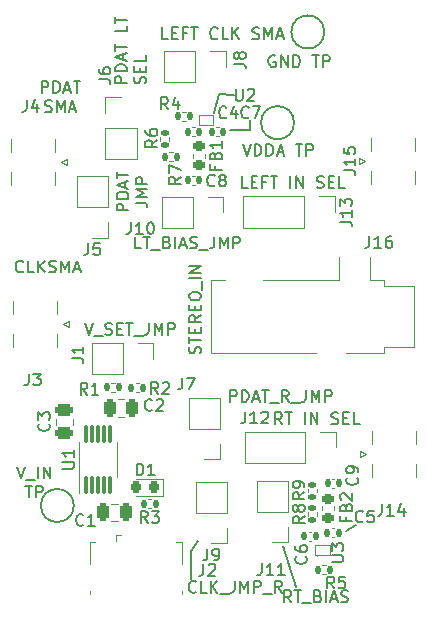
<source format=gto>
G04 #@! TF.GenerationSoftware,KiCad,Pcbnew,(6.0.9)*
G04 #@! TF.CreationDate,2022-12-23T15:52:53-08:00*
G04 #@! TF.ProjectId,pdm_mic_brd,70646d5f-6d69-4635-9f62-72642e6b6963,rev?*
G04 #@! TF.SameCoordinates,Original*
G04 #@! TF.FileFunction,Legend,Top*
G04 #@! TF.FilePolarity,Positive*
%FSLAX46Y46*%
G04 Gerber Fmt 4.6, Leading zero omitted, Abs format (unit mm)*
G04 Created by KiCad (PCBNEW (6.0.9)) date 2022-12-23 15:52:53*
%MOMM*%
%LPD*%
G01*
G04 APERTURE LIST*
G04 Aperture macros list*
%AMRoundRect*
0 Rectangle with rounded corners*
0 $1 Rounding radius*
0 $2 $3 $4 $5 $6 $7 $8 $9 X,Y pos of 4 corners*
0 Add a 4 corners polygon primitive as box body*
4,1,4,$2,$3,$4,$5,$6,$7,$8,$9,$2,$3,0*
0 Add four circle primitives for the rounded corners*
1,1,$1+$1,$2,$3*
1,1,$1+$1,$4,$5*
1,1,$1+$1,$6,$7*
1,1,$1+$1,$8,$9*
0 Add four rect primitives between the rounded corners*
20,1,$1+$1,$2,$3,$4,$5,0*
20,1,$1+$1,$4,$5,$6,$7,0*
20,1,$1+$1,$6,$7,$8,$9,0*
20,1,$1+$1,$8,$9,$2,$3,0*%
G04 Aperture macros list end*
%ADD10C,0.150000*%
%ADD11C,0.120000*%
%ADD12C,0.050000*%
%ADD13R,1.700000X1.700000*%
%ADD14O,1.700000X1.700000*%
%ADD15RoundRect,0.250000X-0.250000X-0.475000X0.250000X-0.475000X0.250000X0.475000X-0.250000X0.475000X0*%
%ADD16RoundRect,0.140000X-0.140000X-0.170000X0.140000X-0.170000X0.140000X0.170000X-0.140000X0.170000X0*%
%ADD17RoundRect,0.218750X0.256250X-0.218750X0.256250X0.218750X-0.256250X0.218750X-0.256250X-0.218750X0*%
%ADD18R,3.600000X1.270000*%
%ADD19R,4.200000X1.350000*%
%ADD20RoundRect,0.135000X0.135000X0.185000X-0.135000X0.185000X-0.135000X-0.185000X0.135000X-0.185000X0*%
%ADD21RoundRect,0.218750X0.218750X0.256250X-0.218750X0.256250X-0.218750X-0.256250X0.218750X-0.256250X0*%
%ADD22RoundRect,0.140000X0.140000X0.170000X-0.140000X0.170000X-0.140000X-0.170000X0.140000X-0.170000X0*%
%ADD23C,0.215000*%
%ADD24C,3.600000*%
%ADD25C,5.600000*%
%ADD26RoundRect,0.135000X-0.185000X0.135000X-0.185000X-0.135000X0.185000X-0.135000X0.185000X0.135000X0*%
%ADD27C,1.700000*%
%ADD28R,2.200000X2.800000*%
%ADD29R,2.800000X2.800000*%
%ADD30RoundRect,0.135000X-0.135000X-0.185000X0.135000X-0.185000X0.135000X0.185000X-0.135000X0.185000X0*%
%ADD31RoundRect,0.250000X0.475000X-0.250000X0.475000X0.250000X-0.475000X0.250000X-0.475000X-0.250000X0*%
%ADD32RoundRect,0.075000X0.075000X-0.650000X0.075000X0.650000X-0.075000X0.650000X-0.075000X-0.650000X0*%
%ADD33R,1.880000X1.680000*%
%ADD34RoundRect,0.135000X0.185000X-0.135000X0.185000X0.135000X-0.185000X0.135000X-0.185000X-0.135000X0*%
%ADD35C,2.000000*%
%ADD36RoundRect,0.218750X-0.256250X0.218750X-0.256250X-0.218750X0.256250X-0.218750X0.256250X0.218750X0*%
%ADD37R,0.400000X1.350000*%
%ADD38R,1.500000X1.900000*%
%ADD39C,1.450000*%
%ADD40O,1.200000X1.900000*%
%ADD41R,1.200000X1.900000*%
G04 APERTURE END LIST*
D10*
X129244000Y-78782000D02*
X130362000Y-82229000D01*
X126460000Y-43544000D02*
X124796000Y-43544000D01*
X121481000Y-81557000D02*
X121475000Y-79169000D01*
X134585000Y-77518000D02*
X135450000Y-76983000D01*
X125118000Y-40528000D02*
X123811000Y-40522000D01*
X123811000Y-40522000D02*
X123404000Y-42101000D01*
X126460000Y-42718000D02*
X126460000Y-43544000D01*
X121475000Y-79169000D02*
X122075000Y-78320000D01*
X124779285Y-66567380D02*
X124779285Y-65567380D01*
X125160238Y-65567380D01*
X125255476Y-65615000D01*
X125303095Y-65662619D01*
X125350714Y-65757857D01*
X125350714Y-65900714D01*
X125303095Y-65995952D01*
X125255476Y-66043571D01*
X125160238Y-66091190D01*
X124779285Y-66091190D01*
X125779285Y-66567380D02*
X125779285Y-65567380D01*
X126017380Y-65567380D01*
X126160238Y-65615000D01*
X126255476Y-65710238D01*
X126303095Y-65805476D01*
X126350714Y-65995952D01*
X126350714Y-66138809D01*
X126303095Y-66329285D01*
X126255476Y-66424523D01*
X126160238Y-66519761D01*
X126017380Y-66567380D01*
X125779285Y-66567380D01*
X126731666Y-66281666D02*
X127207857Y-66281666D01*
X126636428Y-66567380D02*
X126969761Y-65567380D01*
X127303095Y-66567380D01*
X127493571Y-65567380D02*
X128065000Y-65567380D01*
X127779285Y-66567380D02*
X127779285Y-65567380D01*
X128160238Y-66662619D02*
X128922142Y-66662619D01*
X129731666Y-66567380D02*
X129398333Y-66091190D01*
X129160238Y-66567380D02*
X129160238Y-65567380D01*
X129541190Y-65567380D01*
X129636428Y-65615000D01*
X129684047Y-65662619D01*
X129731666Y-65757857D01*
X129731666Y-65900714D01*
X129684047Y-65995952D01*
X129636428Y-66043571D01*
X129541190Y-66091190D01*
X129160238Y-66091190D01*
X129922142Y-66662619D02*
X130684047Y-66662619D01*
X131207857Y-65567380D02*
X131207857Y-66281666D01*
X131160238Y-66424523D01*
X131065000Y-66519761D01*
X130922142Y-66567380D01*
X130826904Y-66567380D01*
X131684047Y-66567380D02*
X131684047Y-65567380D01*
X132017380Y-66281666D01*
X132350714Y-65567380D01*
X132350714Y-66567380D01*
X132826904Y-66567380D02*
X132826904Y-65567380D01*
X133207857Y-65567380D01*
X133303095Y-65615000D01*
X133350714Y-65662619D01*
X133398333Y-65757857D01*
X133398333Y-65900714D01*
X133350714Y-65995952D01*
X133303095Y-66043571D01*
X133207857Y-66091190D01*
X132826904Y-66091190D01*
X107262571Y-55496142D02*
X107214952Y-55543761D01*
X107072095Y-55591380D01*
X106976857Y-55591380D01*
X106834000Y-55543761D01*
X106738761Y-55448523D01*
X106691142Y-55353285D01*
X106643523Y-55162809D01*
X106643523Y-55019952D01*
X106691142Y-54829476D01*
X106738761Y-54734238D01*
X106834000Y-54639000D01*
X106976857Y-54591380D01*
X107072095Y-54591380D01*
X107214952Y-54639000D01*
X107262571Y-54686619D01*
X108167333Y-55591380D02*
X107691142Y-55591380D01*
X107691142Y-54591380D01*
X108500666Y-55591380D02*
X108500666Y-54591380D01*
X109072095Y-55591380D02*
X108643523Y-55019952D01*
X109072095Y-54591380D02*
X108500666Y-55162809D01*
X109453047Y-55543761D02*
X109595904Y-55591380D01*
X109834000Y-55591380D01*
X109929238Y-55543761D01*
X109976857Y-55496142D01*
X110024476Y-55400904D01*
X110024476Y-55305666D01*
X109976857Y-55210428D01*
X109929238Y-55162809D01*
X109834000Y-55115190D01*
X109643523Y-55067571D01*
X109548285Y-55019952D01*
X109500666Y-54972333D01*
X109453047Y-54877095D01*
X109453047Y-54781857D01*
X109500666Y-54686619D01*
X109548285Y-54639000D01*
X109643523Y-54591380D01*
X109881619Y-54591380D01*
X110024476Y-54639000D01*
X110453047Y-55591380D02*
X110453047Y-54591380D01*
X110786380Y-55305666D01*
X111119714Y-54591380D01*
X111119714Y-55591380D01*
X111548285Y-55305666D02*
X112024476Y-55305666D01*
X111453047Y-55591380D02*
X111786380Y-54591380D01*
X112119714Y-55591380D01*
X129945761Y-83515380D02*
X129612428Y-83039190D01*
X129374333Y-83515380D02*
X129374333Y-82515380D01*
X129755285Y-82515380D01*
X129850523Y-82563000D01*
X129898142Y-82610619D01*
X129945761Y-82705857D01*
X129945761Y-82848714D01*
X129898142Y-82943952D01*
X129850523Y-82991571D01*
X129755285Y-83039190D01*
X129374333Y-83039190D01*
X130231476Y-82515380D02*
X130802904Y-82515380D01*
X130517190Y-83515380D02*
X130517190Y-82515380D01*
X130898142Y-83610619D02*
X131660047Y-83610619D01*
X132231476Y-82991571D02*
X132374333Y-83039190D01*
X132421952Y-83086809D01*
X132469571Y-83182047D01*
X132469571Y-83324904D01*
X132421952Y-83420142D01*
X132374333Y-83467761D01*
X132279095Y-83515380D01*
X131898142Y-83515380D01*
X131898142Y-82515380D01*
X132231476Y-82515380D01*
X132326714Y-82563000D01*
X132374333Y-82610619D01*
X132421952Y-82705857D01*
X132421952Y-82801095D01*
X132374333Y-82896333D01*
X132326714Y-82943952D01*
X132231476Y-82991571D01*
X131898142Y-82991571D01*
X132898142Y-83515380D02*
X132898142Y-82515380D01*
X133326714Y-83229666D02*
X133802904Y-83229666D01*
X133231476Y-83515380D02*
X133564809Y-82515380D01*
X133898142Y-83515380D01*
X134183857Y-83467761D02*
X134326714Y-83515380D01*
X134564809Y-83515380D01*
X134660047Y-83467761D01*
X134707666Y-83420142D01*
X134755285Y-83324904D01*
X134755285Y-83229666D01*
X134707666Y-83134428D01*
X134660047Y-83086809D01*
X134564809Y-83039190D01*
X134374333Y-82991571D01*
X134279095Y-82943952D01*
X134231476Y-82896333D01*
X134183857Y-82801095D01*
X134183857Y-82705857D01*
X134231476Y-82610619D01*
X134279095Y-82563000D01*
X134374333Y-82515380D01*
X134612428Y-82515380D01*
X134755285Y-82563000D01*
X119527761Y-35847380D02*
X119051571Y-35847380D01*
X119051571Y-34847380D01*
X119861095Y-35323571D02*
X120194428Y-35323571D01*
X120337285Y-35847380D02*
X119861095Y-35847380D01*
X119861095Y-34847380D01*
X120337285Y-34847380D01*
X121099190Y-35323571D02*
X120765857Y-35323571D01*
X120765857Y-35847380D02*
X120765857Y-34847380D01*
X121242047Y-34847380D01*
X121480142Y-34847380D02*
X122051571Y-34847380D01*
X121765857Y-35847380D02*
X121765857Y-34847380D01*
X123718238Y-35752142D02*
X123670619Y-35799761D01*
X123527761Y-35847380D01*
X123432523Y-35847380D01*
X123289666Y-35799761D01*
X123194428Y-35704523D01*
X123146809Y-35609285D01*
X123099190Y-35418809D01*
X123099190Y-35275952D01*
X123146809Y-35085476D01*
X123194428Y-34990238D01*
X123289666Y-34895000D01*
X123432523Y-34847380D01*
X123527761Y-34847380D01*
X123670619Y-34895000D01*
X123718238Y-34942619D01*
X124623000Y-35847380D02*
X124146809Y-35847380D01*
X124146809Y-34847380D01*
X124956333Y-35847380D02*
X124956333Y-34847380D01*
X125527761Y-35847380D02*
X125099190Y-35275952D01*
X125527761Y-34847380D02*
X124956333Y-35418809D01*
X126670619Y-35799761D02*
X126813476Y-35847380D01*
X127051571Y-35847380D01*
X127146809Y-35799761D01*
X127194428Y-35752142D01*
X127242047Y-35656904D01*
X127242047Y-35561666D01*
X127194428Y-35466428D01*
X127146809Y-35418809D01*
X127051571Y-35371190D01*
X126861095Y-35323571D01*
X126765857Y-35275952D01*
X126718238Y-35228333D01*
X126670619Y-35133095D01*
X126670619Y-35037857D01*
X126718238Y-34942619D01*
X126765857Y-34895000D01*
X126861095Y-34847380D01*
X127099190Y-34847380D01*
X127242047Y-34895000D01*
X127670619Y-35847380D02*
X127670619Y-34847380D01*
X128003952Y-35561666D01*
X128337285Y-34847380D01*
X128337285Y-35847380D01*
X128765857Y-35561666D02*
X129242047Y-35561666D01*
X128670619Y-35847380D02*
X129003952Y-34847380D01*
X129337285Y-35847380D01*
X126265476Y-48433380D02*
X125789285Y-48433380D01*
X125789285Y-47433380D01*
X126598809Y-47909571D02*
X126932142Y-47909571D01*
X127075000Y-48433380D02*
X126598809Y-48433380D01*
X126598809Y-47433380D01*
X127075000Y-47433380D01*
X127836904Y-47909571D02*
X127503571Y-47909571D01*
X127503571Y-48433380D02*
X127503571Y-47433380D01*
X127979761Y-47433380D01*
X128217857Y-47433380D02*
X128789285Y-47433380D01*
X128503571Y-48433380D02*
X128503571Y-47433380D01*
X129884523Y-48433380D02*
X129884523Y-47433380D01*
X130360714Y-48433380D02*
X130360714Y-47433380D01*
X130932142Y-48433380D01*
X130932142Y-47433380D01*
X132122619Y-48385761D02*
X132265476Y-48433380D01*
X132503571Y-48433380D01*
X132598809Y-48385761D01*
X132646428Y-48338142D01*
X132694047Y-48242904D01*
X132694047Y-48147666D01*
X132646428Y-48052428D01*
X132598809Y-48004809D01*
X132503571Y-47957190D01*
X132313095Y-47909571D01*
X132217857Y-47861952D01*
X132170238Y-47814333D01*
X132122619Y-47719095D01*
X132122619Y-47623857D01*
X132170238Y-47528619D01*
X132217857Y-47481000D01*
X132313095Y-47433380D01*
X132551190Y-47433380D01*
X132694047Y-47481000D01*
X133122619Y-47909571D02*
X133455952Y-47909571D01*
X133598809Y-48433380D02*
X133122619Y-48433380D01*
X133122619Y-47433380D01*
X133598809Y-47433380D01*
X134503571Y-48433380D02*
X134027380Y-48433380D01*
X134027380Y-47433380D01*
X108817571Y-40404380D02*
X108817571Y-39404380D01*
X109198523Y-39404380D01*
X109293761Y-39452000D01*
X109341380Y-39499619D01*
X109389000Y-39594857D01*
X109389000Y-39737714D01*
X109341380Y-39832952D01*
X109293761Y-39880571D01*
X109198523Y-39928190D01*
X108817571Y-39928190D01*
X109817571Y-40404380D02*
X109817571Y-39404380D01*
X110055666Y-39404380D01*
X110198523Y-39452000D01*
X110293761Y-39547238D01*
X110341380Y-39642476D01*
X110389000Y-39832952D01*
X110389000Y-39975809D01*
X110341380Y-40166285D01*
X110293761Y-40261523D01*
X110198523Y-40356761D01*
X110055666Y-40404380D01*
X109817571Y-40404380D01*
X110769952Y-40118666D02*
X111246142Y-40118666D01*
X110674714Y-40404380D02*
X111008047Y-39404380D01*
X111341380Y-40404380D01*
X111531857Y-39404380D02*
X112103285Y-39404380D01*
X111817571Y-40404380D02*
X111817571Y-39404380D01*
X109103285Y-41966761D02*
X109246142Y-42014380D01*
X109484238Y-42014380D01*
X109579476Y-41966761D01*
X109627095Y-41919142D01*
X109674714Y-41823904D01*
X109674714Y-41728666D01*
X109627095Y-41633428D01*
X109579476Y-41585809D01*
X109484238Y-41538190D01*
X109293761Y-41490571D01*
X109198523Y-41442952D01*
X109150904Y-41395333D01*
X109103285Y-41300095D01*
X109103285Y-41204857D01*
X109150904Y-41109619D01*
X109198523Y-41062000D01*
X109293761Y-41014380D01*
X109531857Y-41014380D01*
X109674714Y-41062000D01*
X110103285Y-42014380D02*
X110103285Y-41014380D01*
X110436619Y-41728666D01*
X110769952Y-41014380D01*
X110769952Y-42014380D01*
X111198523Y-41728666D02*
X111674714Y-41728666D01*
X111103285Y-42014380D02*
X111436619Y-41014380D01*
X111769952Y-42014380D01*
X117240428Y-53560380D02*
X116764238Y-53560380D01*
X116764238Y-52560380D01*
X117430904Y-52560380D02*
X118002333Y-52560380D01*
X117716619Y-53560380D02*
X117716619Y-52560380D01*
X118097571Y-53655619D02*
X118859476Y-53655619D01*
X119430904Y-53036571D02*
X119573761Y-53084190D01*
X119621380Y-53131809D01*
X119669000Y-53227047D01*
X119669000Y-53369904D01*
X119621380Y-53465142D01*
X119573761Y-53512761D01*
X119478523Y-53560380D01*
X119097571Y-53560380D01*
X119097571Y-52560380D01*
X119430904Y-52560380D01*
X119526142Y-52608000D01*
X119573761Y-52655619D01*
X119621380Y-52750857D01*
X119621380Y-52846095D01*
X119573761Y-52941333D01*
X119526142Y-52988952D01*
X119430904Y-53036571D01*
X119097571Y-53036571D01*
X120097571Y-53560380D02*
X120097571Y-52560380D01*
X120526142Y-53274666D02*
X121002333Y-53274666D01*
X120430904Y-53560380D02*
X120764238Y-52560380D01*
X121097571Y-53560380D01*
X121383285Y-53512761D02*
X121526142Y-53560380D01*
X121764238Y-53560380D01*
X121859476Y-53512761D01*
X121907095Y-53465142D01*
X121954714Y-53369904D01*
X121954714Y-53274666D01*
X121907095Y-53179428D01*
X121859476Y-53131809D01*
X121764238Y-53084190D01*
X121573761Y-53036571D01*
X121478523Y-52988952D01*
X121430904Y-52941333D01*
X121383285Y-52846095D01*
X121383285Y-52750857D01*
X121430904Y-52655619D01*
X121478523Y-52608000D01*
X121573761Y-52560380D01*
X121811857Y-52560380D01*
X121954714Y-52608000D01*
X122145190Y-53655619D02*
X122907095Y-53655619D01*
X123430904Y-52560380D02*
X123430904Y-53274666D01*
X123383285Y-53417523D01*
X123288047Y-53512761D01*
X123145190Y-53560380D01*
X123049952Y-53560380D01*
X123907095Y-53560380D02*
X123907095Y-52560380D01*
X124240428Y-53274666D01*
X124573761Y-52560380D01*
X124573761Y-53560380D01*
X125049952Y-53560380D02*
X125049952Y-52560380D01*
X125430904Y-52560380D01*
X125526142Y-52608000D01*
X125573761Y-52655619D01*
X125621380Y-52750857D01*
X125621380Y-52893714D01*
X125573761Y-52988952D01*
X125526142Y-53036571D01*
X125430904Y-53084190D01*
X125049952Y-53084190D01*
X128600190Y-37253000D02*
X128504952Y-37205380D01*
X128362095Y-37205380D01*
X128219238Y-37253000D01*
X128124000Y-37348238D01*
X128076380Y-37443476D01*
X128028761Y-37633952D01*
X128028761Y-37776809D01*
X128076380Y-37967285D01*
X128124000Y-38062523D01*
X128219238Y-38157761D01*
X128362095Y-38205380D01*
X128457333Y-38205380D01*
X128600190Y-38157761D01*
X128647809Y-38110142D01*
X128647809Y-37776809D01*
X128457333Y-37776809D01*
X129076380Y-38205380D02*
X129076380Y-37205380D01*
X129647809Y-38205380D01*
X129647809Y-37205380D01*
X130124000Y-38205380D02*
X130124000Y-37205380D01*
X130362095Y-37205380D01*
X130504952Y-37253000D01*
X130600190Y-37348238D01*
X130647809Y-37443476D01*
X130695428Y-37633952D01*
X130695428Y-37776809D01*
X130647809Y-37967285D01*
X130600190Y-38062523D01*
X130504952Y-38157761D01*
X130362095Y-38205380D01*
X130124000Y-38205380D01*
X131743047Y-37205380D02*
X132314476Y-37205380D01*
X132028761Y-38205380D02*
X132028761Y-37205380D01*
X132647809Y-38205380D02*
X132647809Y-37205380D01*
X133028761Y-37205380D01*
X133124000Y-37253000D01*
X133171619Y-37300619D01*
X133219238Y-37395857D01*
X133219238Y-37538714D01*
X133171619Y-37633952D01*
X133124000Y-37681571D01*
X133028761Y-37729190D01*
X132647809Y-37729190D01*
X121900476Y-82610142D02*
X121852857Y-82657761D01*
X121710000Y-82705380D01*
X121614761Y-82705380D01*
X121471904Y-82657761D01*
X121376666Y-82562523D01*
X121329047Y-82467285D01*
X121281428Y-82276809D01*
X121281428Y-82133952D01*
X121329047Y-81943476D01*
X121376666Y-81848238D01*
X121471904Y-81753000D01*
X121614761Y-81705380D01*
X121710000Y-81705380D01*
X121852857Y-81753000D01*
X121900476Y-81800619D01*
X122805238Y-82705380D02*
X122329047Y-82705380D01*
X122329047Y-81705380D01*
X123138571Y-82705380D02*
X123138571Y-81705380D01*
X123710000Y-82705380D02*
X123281428Y-82133952D01*
X123710000Y-81705380D02*
X123138571Y-82276809D01*
X123900476Y-82800619D02*
X124662380Y-82800619D01*
X125186190Y-81705380D02*
X125186190Y-82419666D01*
X125138571Y-82562523D01*
X125043333Y-82657761D01*
X124900476Y-82705380D01*
X124805238Y-82705380D01*
X125662380Y-82705380D02*
X125662380Y-81705380D01*
X125995714Y-82419666D01*
X126329047Y-81705380D01*
X126329047Y-82705380D01*
X126805238Y-82705380D02*
X126805238Y-81705380D01*
X127186190Y-81705380D01*
X127281428Y-81753000D01*
X127329047Y-81800619D01*
X127376666Y-81895857D01*
X127376666Y-82038714D01*
X127329047Y-82133952D01*
X127281428Y-82181571D01*
X127186190Y-82229190D01*
X126805238Y-82229190D01*
X127567142Y-82800619D02*
X128329047Y-82800619D01*
X129138571Y-82705380D02*
X128805238Y-82229190D01*
X128567142Y-82705380D02*
X128567142Y-81705380D01*
X128948095Y-81705380D01*
X129043333Y-81753000D01*
X129090952Y-81800619D01*
X129138571Y-81895857D01*
X129138571Y-82038714D01*
X129090952Y-82133952D01*
X129043333Y-82181571D01*
X128948095Y-82229190D01*
X128567142Y-82229190D01*
X116175380Y-50344428D02*
X115175380Y-50344428D01*
X115175380Y-49963476D01*
X115223000Y-49868238D01*
X115270619Y-49820619D01*
X115365857Y-49773000D01*
X115508714Y-49773000D01*
X115603952Y-49820619D01*
X115651571Y-49868238D01*
X115699190Y-49963476D01*
X115699190Y-50344428D01*
X116175380Y-49344428D02*
X115175380Y-49344428D01*
X115175380Y-49106333D01*
X115223000Y-48963476D01*
X115318238Y-48868238D01*
X115413476Y-48820619D01*
X115603952Y-48773000D01*
X115746809Y-48773000D01*
X115937285Y-48820619D01*
X116032523Y-48868238D01*
X116127761Y-48963476D01*
X116175380Y-49106333D01*
X116175380Y-49344428D01*
X115889666Y-48392047D02*
X115889666Y-47915857D01*
X116175380Y-48487285D02*
X115175380Y-48153952D01*
X116175380Y-47820619D01*
X115175380Y-47630142D02*
X115175380Y-47058714D01*
X116175380Y-47344428D02*
X115175380Y-47344428D01*
X116785380Y-49701571D02*
X117499666Y-49701571D01*
X117642523Y-49749190D01*
X117737761Y-49844428D01*
X117785380Y-49987285D01*
X117785380Y-50082523D01*
X117785380Y-49225380D02*
X116785380Y-49225380D01*
X117499666Y-48892047D01*
X116785380Y-48558714D01*
X117785380Y-48558714D01*
X117785380Y-48082523D02*
X116785380Y-48082523D01*
X116785380Y-47701571D01*
X116833000Y-47606333D01*
X116880619Y-47558714D01*
X116975857Y-47511095D01*
X117118714Y-47511095D01*
X117213952Y-47558714D01*
X117261571Y-47606333D01*
X117309190Y-47701571D01*
X117309190Y-48082523D01*
X129169428Y-68445380D02*
X128836095Y-67969190D01*
X128598000Y-68445380D02*
X128598000Y-67445380D01*
X128978952Y-67445380D01*
X129074190Y-67493000D01*
X129121809Y-67540619D01*
X129169428Y-67635857D01*
X129169428Y-67778714D01*
X129121809Y-67873952D01*
X129074190Y-67921571D01*
X128978952Y-67969190D01*
X128598000Y-67969190D01*
X129455142Y-67445380D02*
X130026571Y-67445380D01*
X129740857Y-68445380D02*
X129740857Y-67445380D01*
X131121809Y-68445380D02*
X131121809Y-67445380D01*
X131598000Y-68445380D02*
X131598000Y-67445380D01*
X132169428Y-68445380D01*
X132169428Y-67445380D01*
X133359904Y-68397761D02*
X133502761Y-68445380D01*
X133740857Y-68445380D01*
X133836095Y-68397761D01*
X133883714Y-68350142D01*
X133931333Y-68254904D01*
X133931333Y-68159666D01*
X133883714Y-68064428D01*
X133836095Y-68016809D01*
X133740857Y-67969190D01*
X133550380Y-67921571D01*
X133455142Y-67873952D01*
X133407523Y-67826333D01*
X133359904Y-67731095D01*
X133359904Y-67635857D01*
X133407523Y-67540619D01*
X133455142Y-67493000D01*
X133550380Y-67445380D01*
X133788476Y-67445380D01*
X133931333Y-67493000D01*
X134359904Y-67921571D02*
X134693238Y-67921571D01*
X134836095Y-68445380D02*
X134359904Y-68445380D01*
X134359904Y-67445380D01*
X134836095Y-67445380D01*
X135740857Y-68445380D02*
X135264666Y-68445380D01*
X135264666Y-67445380D01*
X116042380Y-39542404D02*
X115042380Y-39542404D01*
X115042380Y-39161452D01*
X115090000Y-39066214D01*
X115137619Y-39018595D01*
X115232857Y-38970976D01*
X115375714Y-38970976D01*
X115470952Y-39018595D01*
X115518571Y-39066214D01*
X115566190Y-39161452D01*
X115566190Y-39542404D01*
X116042380Y-38542404D02*
X115042380Y-38542404D01*
X115042380Y-38304309D01*
X115090000Y-38161452D01*
X115185238Y-38066214D01*
X115280476Y-38018595D01*
X115470952Y-37970976D01*
X115613809Y-37970976D01*
X115804285Y-38018595D01*
X115899523Y-38066214D01*
X115994761Y-38161452D01*
X116042380Y-38304309D01*
X116042380Y-38542404D01*
X115756666Y-37590023D02*
X115756666Y-37113833D01*
X116042380Y-37685261D02*
X115042380Y-37351928D01*
X116042380Y-37018595D01*
X115042380Y-36828119D02*
X115042380Y-36256690D01*
X116042380Y-36542404D02*
X115042380Y-36542404D01*
X116042380Y-34685261D02*
X116042380Y-35161452D01*
X115042380Y-35161452D01*
X115042380Y-34494785D02*
X115042380Y-33923357D01*
X116042380Y-34209071D02*
X115042380Y-34209071D01*
X117604761Y-39590023D02*
X117652380Y-39447166D01*
X117652380Y-39209071D01*
X117604761Y-39113833D01*
X117557142Y-39066214D01*
X117461904Y-39018595D01*
X117366666Y-39018595D01*
X117271428Y-39066214D01*
X117223809Y-39113833D01*
X117176190Y-39209071D01*
X117128571Y-39399547D01*
X117080952Y-39494785D01*
X117033333Y-39542404D01*
X116938095Y-39590023D01*
X116842857Y-39590023D01*
X116747619Y-39542404D01*
X116700000Y-39494785D01*
X116652380Y-39399547D01*
X116652380Y-39161452D01*
X116700000Y-39018595D01*
X117128571Y-38590023D02*
X117128571Y-38256690D01*
X117652380Y-38113833D02*
X117652380Y-38590023D01*
X116652380Y-38590023D01*
X116652380Y-38113833D01*
X117652380Y-37209071D02*
X117652380Y-37685261D01*
X116652380Y-37685261D01*
X125862190Y-44721380D02*
X126195523Y-45721380D01*
X126528857Y-44721380D01*
X126862190Y-45721380D02*
X126862190Y-44721380D01*
X127100285Y-44721380D01*
X127243142Y-44769000D01*
X127338380Y-44864238D01*
X127386000Y-44959476D01*
X127433619Y-45149952D01*
X127433619Y-45292809D01*
X127386000Y-45483285D01*
X127338380Y-45578523D01*
X127243142Y-45673761D01*
X127100285Y-45721380D01*
X126862190Y-45721380D01*
X127862190Y-45721380D02*
X127862190Y-44721380D01*
X128100285Y-44721380D01*
X128243142Y-44769000D01*
X128338380Y-44864238D01*
X128386000Y-44959476D01*
X128433619Y-45149952D01*
X128433619Y-45292809D01*
X128386000Y-45483285D01*
X128338380Y-45578523D01*
X128243142Y-45673761D01*
X128100285Y-45721380D01*
X127862190Y-45721380D01*
X128814571Y-45435666D02*
X129290761Y-45435666D01*
X128719333Y-45721380D02*
X129052666Y-44721380D01*
X129386000Y-45721380D01*
X130338380Y-44721380D02*
X130909809Y-44721380D01*
X130624095Y-45721380D02*
X130624095Y-44721380D01*
X131243142Y-45721380D02*
X131243142Y-44721380D01*
X131624095Y-44721380D01*
X131719333Y-44769000D01*
X131766952Y-44816619D01*
X131814571Y-44911857D01*
X131814571Y-45054714D01*
X131766952Y-45149952D01*
X131719333Y-45197571D01*
X131624095Y-45245190D01*
X131243142Y-45245190D01*
X122267761Y-62455095D02*
X122315380Y-62312238D01*
X122315380Y-62074142D01*
X122267761Y-61978904D01*
X122220142Y-61931285D01*
X122124904Y-61883666D01*
X122029666Y-61883666D01*
X121934428Y-61931285D01*
X121886809Y-61978904D01*
X121839190Y-62074142D01*
X121791571Y-62264619D01*
X121743952Y-62359857D01*
X121696333Y-62407476D01*
X121601095Y-62455095D01*
X121505857Y-62455095D01*
X121410619Y-62407476D01*
X121363000Y-62359857D01*
X121315380Y-62264619D01*
X121315380Y-62026523D01*
X121363000Y-61883666D01*
X121315380Y-61597952D02*
X121315380Y-61026523D01*
X122315380Y-61312238D02*
X121315380Y-61312238D01*
X121791571Y-60693190D02*
X121791571Y-60359857D01*
X122315380Y-60217000D02*
X122315380Y-60693190D01*
X121315380Y-60693190D01*
X121315380Y-60217000D01*
X122315380Y-59217000D02*
X121839190Y-59550333D01*
X122315380Y-59788428D02*
X121315380Y-59788428D01*
X121315380Y-59407476D01*
X121363000Y-59312238D01*
X121410619Y-59264619D01*
X121505857Y-59217000D01*
X121648714Y-59217000D01*
X121743952Y-59264619D01*
X121791571Y-59312238D01*
X121839190Y-59407476D01*
X121839190Y-59788428D01*
X121791571Y-58788428D02*
X121791571Y-58455095D01*
X122315380Y-58312238D02*
X122315380Y-58788428D01*
X121315380Y-58788428D01*
X121315380Y-58312238D01*
X121315380Y-57693190D02*
X121315380Y-57502714D01*
X121363000Y-57407476D01*
X121458238Y-57312238D01*
X121648714Y-57264619D01*
X121982047Y-57264619D01*
X122172523Y-57312238D01*
X122267761Y-57407476D01*
X122315380Y-57502714D01*
X122315380Y-57693190D01*
X122267761Y-57788428D01*
X122172523Y-57883666D01*
X121982047Y-57931285D01*
X121648714Y-57931285D01*
X121458238Y-57883666D01*
X121363000Y-57788428D01*
X121315380Y-57693190D01*
X122410619Y-57074142D02*
X122410619Y-56312238D01*
X122315380Y-56074142D02*
X121315380Y-56074142D01*
X122315380Y-55597952D02*
X121315380Y-55597952D01*
X122315380Y-55026523D01*
X121315380Y-55026523D01*
X112487857Y-59870380D02*
X112821190Y-60870380D01*
X113154523Y-59870380D01*
X113249761Y-60965619D02*
X114011666Y-60965619D01*
X114202142Y-60822761D02*
X114345000Y-60870380D01*
X114583095Y-60870380D01*
X114678333Y-60822761D01*
X114725952Y-60775142D01*
X114773571Y-60679904D01*
X114773571Y-60584666D01*
X114725952Y-60489428D01*
X114678333Y-60441809D01*
X114583095Y-60394190D01*
X114392619Y-60346571D01*
X114297380Y-60298952D01*
X114249761Y-60251333D01*
X114202142Y-60156095D01*
X114202142Y-60060857D01*
X114249761Y-59965619D01*
X114297380Y-59918000D01*
X114392619Y-59870380D01*
X114630714Y-59870380D01*
X114773571Y-59918000D01*
X115202142Y-60346571D02*
X115535476Y-60346571D01*
X115678333Y-60870380D02*
X115202142Y-60870380D01*
X115202142Y-59870380D01*
X115678333Y-59870380D01*
X115964047Y-59870380D02*
X116535476Y-59870380D01*
X116249761Y-60870380D02*
X116249761Y-59870380D01*
X116630714Y-60965619D02*
X117392619Y-60965619D01*
X117916428Y-59870380D02*
X117916428Y-60584666D01*
X117868809Y-60727523D01*
X117773571Y-60822761D01*
X117630714Y-60870380D01*
X117535476Y-60870380D01*
X118392619Y-60870380D02*
X118392619Y-59870380D01*
X118725952Y-60584666D01*
X119059285Y-59870380D01*
X119059285Y-60870380D01*
X119535476Y-60870380D02*
X119535476Y-59870380D01*
X119916428Y-59870380D01*
X120011666Y-59918000D01*
X120059285Y-59965619D01*
X120106904Y-60060857D01*
X120106904Y-60203714D01*
X120059285Y-60298952D01*
X120011666Y-60346571D01*
X119916428Y-60394190D01*
X119535476Y-60394190D01*
X106766809Y-72035380D02*
X107100142Y-73035380D01*
X107433476Y-72035380D01*
X107528714Y-73130619D02*
X108290619Y-73130619D01*
X108528714Y-73035380D02*
X108528714Y-72035380D01*
X109004904Y-73035380D02*
X109004904Y-72035380D01*
X109576333Y-73035380D01*
X109576333Y-72035380D01*
X107457285Y-73645380D02*
X108028714Y-73645380D01*
X107743000Y-74645380D02*
X107743000Y-73645380D01*
X108362047Y-74645380D02*
X108362047Y-73645380D01*
X108743000Y-73645380D01*
X108838238Y-73693000D01*
X108885857Y-73740619D01*
X108933476Y-73835857D01*
X108933476Y-73978714D01*
X108885857Y-74073952D01*
X108838238Y-74121571D01*
X108743000Y-74169190D01*
X108362047Y-74169190D01*
X113650380Y-39237333D02*
X114364666Y-39237333D01*
X114507523Y-39284952D01*
X114602761Y-39380190D01*
X114650380Y-39523047D01*
X114650380Y-39618285D01*
X113650380Y-38332571D02*
X113650380Y-38523047D01*
X113698000Y-38618285D01*
X113745619Y-38665904D01*
X113888476Y-38761142D01*
X114078952Y-38808761D01*
X114459904Y-38808761D01*
X114555142Y-38761142D01*
X114602761Y-38713523D01*
X114650380Y-38618285D01*
X114650380Y-38427809D01*
X114602761Y-38332571D01*
X114555142Y-38284952D01*
X114459904Y-38237333D01*
X114221809Y-38237333D01*
X114126571Y-38284952D01*
X114078952Y-38332571D01*
X114031333Y-38427809D01*
X114031333Y-38618285D01*
X114078952Y-38713523D01*
X114126571Y-38761142D01*
X114221809Y-38808761D01*
X112784666Y-53104380D02*
X112784666Y-53818666D01*
X112737047Y-53961523D01*
X112641809Y-54056761D01*
X112498952Y-54104380D01*
X112403714Y-54104380D01*
X113737047Y-53104380D02*
X113260857Y-53104380D01*
X113213238Y-53580571D01*
X113260857Y-53532952D01*
X113356095Y-53485333D01*
X113594190Y-53485333D01*
X113689428Y-53532952D01*
X113737047Y-53580571D01*
X113784666Y-53675809D01*
X113784666Y-53913904D01*
X113737047Y-54009142D01*
X113689428Y-54056761D01*
X113594190Y-54104380D01*
X113356095Y-54104380D01*
X113260857Y-54056761D01*
X113213238Y-54009142D01*
X112353333Y-76954142D02*
X112305714Y-77001761D01*
X112162857Y-77049380D01*
X112067619Y-77049380D01*
X111924761Y-77001761D01*
X111829523Y-76906523D01*
X111781904Y-76811285D01*
X111734285Y-76620809D01*
X111734285Y-76477952D01*
X111781904Y-76287476D01*
X111829523Y-76192238D01*
X111924761Y-76097000D01*
X112067619Y-76049380D01*
X112162857Y-76049380D01*
X112305714Y-76097000D01*
X112353333Y-76144619D01*
X113305714Y-77049380D02*
X112734285Y-77049380D01*
X113020000Y-77049380D02*
X113020000Y-76049380D01*
X112924761Y-76192238D01*
X112829523Y-76287476D01*
X112734285Y-76335095D01*
X135527142Y-72964666D02*
X135574761Y-73012285D01*
X135622380Y-73155142D01*
X135622380Y-73250380D01*
X135574761Y-73393238D01*
X135479523Y-73488476D01*
X135384285Y-73536095D01*
X135193809Y-73583714D01*
X135050952Y-73583714D01*
X134860476Y-73536095D01*
X134765238Y-73488476D01*
X134670000Y-73393238D01*
X134622380Y-73250380D01*
X134622380Y-73155142D01*
X134670000Y-73012285D01*
X134717619Y-72964666D01*
X135622380Y-72488476D02*
X135622380Y-72298000D01*
X135574761Y-72202761D01*
X135527142Y-72155142D01*
X135384285Y-72059904D01*
X135193809Y-72012285D01*
X134812857Y-72012285D01*
X134717619Y-72059904D01*
X134670000Y-72107523D01*
X134622380Y-72202761D01*
X134622380Y-72393238D01*
X134670000Y-72488476D01*
X134717619Y-72536095D01*
X134812857Y-72583714D01*
X135050952Y-72583714D01*
X135146190Y-72536095D01*
X135193809Y-72488476D01*
X135241428Y-72393238D01*
X135241428Y-72202761D01*
X135193809Y-72107523D01*
X135146190Y-72059904D01*
X135050952Y-72012285D01*
X134592571Y-76334333D02*
X134592571Y-76667666D01*
X135116380Y-76667666D02*
X134116380Y-76667666D01*
X134116380Y-76191476D01*
X134592571Y-75477190D02*
X134640190Y-75334333D01*
X134687809Y-75286714D01*
X134783047Y-75239095D01*
X134925904Y-75239095D01*
X135021142Y-75286714D01*
X135068761Y-75334333D01*
X135116380Y-75429571D01*
X135116380Y-75810523D01*
X134116380Y-75810523D01*
X134116380Y-75477190D01*
X134164000Y-75381952D01*
X134211619Y-75334333D01*
X134306857Y-75286714D01*
X134402095Y-75286714D01*
X134497333Y-75334333D01*
X134544952Y-75381952D01*
X134592571Y-75477190D01*
X134592571Y-75810523D01*
X134211619Y-74858142D02*
X134164000Y-74810523D01*
X134116380Y-74715285D01*
X134116380Y-74477190D01*
X134164000Y-74381952D01*
X134211619Y-74334333D01*
X134306857Y-74286714D01*
X134402095Y-74286714D01*
X134544952Y-74334333D01*
X135116380Y-74905761D01*
X135116380Y-74286714D01*
X134390880Y-46946523D02*
X135105166Y-46946523D01*
X135248023Y-46994142D01*
X135343261Y-47089380D01*
X135390880Y-47232238D01*
X135390880Y-47327476D01*
X135390880Y-45946523D02*
X135390880Y-46517952D01*
X135390880Y-46232238D02*
X134390880Y-46232238D01*
X134533738Y-46327476D01*
X134628976Y-46422714D01*
X134676595Y-46517952D01*
X134390880Y-45041761D02*
X134390880Y-45517952D01*
X134867071Y-45565571D01*
X134819452Y-45517952D01*
X134771833Y-45422714D01*
X134771833Y-45184619D01*
X134819452Y-45089380D01*
X134867071Y-45041761D01*
X134962309Y-44994142D01*
X135200404Y-44994142D01*
X135295642Y-45041761D01*
X135343261Y-45089380D01*
X135390880Y-45184619D01*
X135390880Y-45422714D01*
X135343261Y-45517952D01*
X135295642Y-45565571D01*
X133590333Y-82347380D02*
X133257000Y-81871190D01*
X133018904Y-82347380D02*
X133018904Y-81347380D01*
X133399857Y-81347380D01*
X133495095Y-81395000D01*
X133542714Y-81442619D01*
X133590333Y-81537857D01*
X133590333Y-81680714D01*
X133542714Y-81775952D01*
X133495095Y-81823571D01*
X133399857Y-81871190D01*
X133018904Y-81871190D01*
X134495095Y-81347380D02*
X134018904Y-81347380D01*
X133971285Y-81823571D01*
X134018904Y-81775952D01*
X134114142Y-81728333D01*
X134352238Y-81728333D01*
X134447476Y-81775952D01*
X134495095Y-81823571D01*
X134542714Y-81918809D01*
X134542714Y-82156904D01*
X134495095Y-82252142D01*
X134447476Y-82299761D01*
X134352238Y-82347380D01*
X134114142Y-82347380D01*
X134018904Y-82299761D01*
X133971285Y-82252142D01*
X116870904Y-72782380D02*
X116870904Y-71782380D01*
X117109000Y-71782380D01*
X117251857Y-71830000D01*
X117347095Y-71925238D01*
X117394714Y-72020476D01*
X117442333Y-72210952D01*
X117442333Y-72353809D01*
X117394714Y-72544285D01*
X117347095Y-72639523D01*
X117251857Y-72734761D01*
X117109000Y-72782380D01*
X116870904Y-72782380D01*
X118394714Y-72782380D02*
X117823285Y-72782380D01*
X118109000Y-72782380D02*
X118109000Y-71782380D01*
X118013761Y-71925238D01*
X117918523Y-72020476D01*
X117823285Y-72068095D01*
X123471333Y-48210142D02*
X123423714Y-48257761D01*
X123280857Y-48305380D01*
X123185619Y-48305380D01*
X123042761Y-48257761D01*
X122947523Y-48162523D01*
X122899904Y-48067285D01*
X122852285Y-47876809D01*
X122852285Y-47733952D01*
X122899904Y-47543476D01*
X122947523Y-47448238D01*
X123042761Y-47353000D01*
X123185619Y-47305380D01*
X123280857Y-47305380D01*
X123423714Y-47353000D01*
X123471333Y-47400619D01*
X124042761Y-47733952D02*
X123947523Y-47686333D01*
X123899904Y-47638714D01*
X123852285Y-47543476D01*
X123852285Y-47495857D01*
X123899904Y-47400619D01*
X123947523Y-47353000D01*
X124042761Y-47305380D01*
X124233238Y-47305380D01*
X124328476Y-47353000D01*
X124376095Y-47400619D01*
X124423714Y-47495857D01*
X124423714Y-47543476D01*
X124376095Y-47638714D01*
X124328476Y-47686333D01*
X124233238Y-47733952D01*
X124042761Y-47733952D01*
X123947523Y-47781571D01*
X123899904Y-47829190D01*
X123852285Y-47924428D01*
X123852285Y-48114904D01*
X123899904Y-48210142D01*
X123947523Y-48257761D01*
X124042761Y-48305380D01*
X124233238Y-48305380D01*
X124328476Y-48257761D01*
X124376095Y-48210142D01*
X124423714Y-48114904D01*
X124423714Y-47924428D01*
X124376095Y-47829190D01*
X124328476Y-47781571D01*
X124233238Y-47733952D01*
X133383380Y-80112904D02*
X134192904Y-80112904D01*
X134288142Y-80065285D01*
X134335761Y-80017666D01*
X134383380Y-79922428D01*
X134383380Y-79731952D01*
X134335761Y-79636714D01*
X134288142Y-79589095D01*
X134192904Y-79541476D01*
X133383380Y-79541476D01*
X133383380Y-79160523D02*
X133383380Y-78541476D01*
X133764333Y-78874809D01*
X133764333Y-78731952D01*
X133811952Y-78636714D01*
X133859571Y-78589095D01*
X133954809Y-78541476D01*
X134192904Y-78541476D01*
X134288142Y-78589095D01*
X134335761Y-78636714D01*
X134383380Y-78731952D01*
X134383380Y-79017666D01*
X134335761Y-79112904D01*
X134288142Y-79160523D01*
X107739666Y-64153380D02*
X107739666Y-64867666D01*
X107692047Y-65010523D01*
X107596809Y-65105761D01*
X107453952Y-65153380D01*
X107358714Y-65153380D01*
X108120619Y-64153380D02*
X108739666Y-64153380D01*
X108406333Y-64534333D01*
X108549190Y-64534333D01*
X108644428Y-64581952D01*
X108692047Y-64629571D01*
X108739666Y-64724809D01*
X108739666Y-64962904D01*
X108692047Y-65058142D01*
X108644428Y-65105761D01*
X108549190Y-65153380D01*
X108263476Y-65153380D01*
X108168238Y-65105761D01*
X108120619Y-65058142D01*
X111366380Y-62865333D02*
X112080666Y-62865333D01*
X112223523Y-62912952D01*
X112318761Y-63008190D01*
X112366380Y-63151047D01*
X112366380Y-63246285D01*
X112366380Y-61865333D02*
X112366380Y-62436761D01*
X112366380Y-62151047D02*
X111366380Y-62151047D01*
X111509238Y-62246285D01*
X111604476Y-62341523D01*
X111652095Y-62436761D01*
X119529333Y-41777380D02*
X119196000Y-41301190D01*
X118957904Y-41777380D02*
X118957904Y-40777380D01*
X119338857Y-40777380D01*
X119434095Y-40825000D01*
X119481714Y-40872619D01*
X119529333Y-40967857D01*
X119529333Y-41110714D01*
X119481714Y-41205952D01*
X119434095Y-41253571D01*
X119338857Y-41301190D01*
X118957904Y-41301190D01*
X120386476Y-41110714D02*
X120386476Y-41777380D01*
X120148380Y-40729761D02*
X119910285Y-41444047D01*
X120529333Y-41444047D01*
X127449476Y-80217380D02*
X127449476Y-80931666D01*
X127401857Y-81074523D01*
X127306619Y-81169761D01*
X127163761Y-81217380D01*
X127068523Y-81217380D01*
X128449476Y-81217380D02*
X127878047Y-81217380D01*
X128163761Y-81217380D02*
X128163761Y-80217380D01*
X128068523Y-80360238D01*
X127973285Y-80455476D01*
X127878047Y-80503095D01*
X129401857Y-81217380D02*
X128830428Y-81217380D01*
X129116142Y-81217380D02*
X129116142Y-80217380D01*
X129020904Y-80360238D01*
X128925666Y-80455476D01*
X128830428Y-80503095D01*
X137644476Y-75175380D02*
X137644476Y-75889666D01*
X137596857Y-76032523D01*
X137501619Y-76127761D01*
X137358761Y-76175380D01*
X137263523Y-76175380D01*
X138644476Y-76175380D02*
X138073047Y-76175380D01*
X138358761Y-76175380D02*
X138358761Y-75175380D01*
X138263523Y-75318238D01*
X138168285Y-75413476D01*
X138073047Y-75461095D01*
X139501619Y-75508714D02*
X139501619Y-76175380D01*
X139263523Y-75127761D02*
X139025428Y-75842047D01*
X139644476Y-75842047D01*
X134091380Y-51295523D02*
X134805666Y-51295523D01*
X134948523Y-51343142D01*
X135043761Y-51438380D01*
X135091380Y-51581238D01*
X135091380Y-51676476D01*
X135091380Y-50295523D02*
X135091380Y-50866952D01*
X135091380Y-50581238D02*
X134091380Y-50581238D01*
X134234238Y-50676476D01*
X134329476Y-50771714D01*
X134377095Y-50866952D01*
X134091380Y-49962190D02*
X134091380Y-49343142D01*
X134472333Y-49676476D01*
X134472333Y-49533619D01*
X134519952Y-49438380D01*
X134567571Y-49390761D01*
X134662809Y-49343142D01*
X134900904Y-49343142D01*
X134996142Y-49390761D01*
X135043761Y-49438380D01*
X135091380Y-49533619D01*
X135091380Y-49819333D01*
X135043761Y-49914571D01*
X134996142Y-49962190D01*
X120725666Y-64501380D02*
X120725666Y-65215666D01*
X120678047Y-65358523D01*
X120582809Y-65453761D01*
X120439952Y-65501380D01*
X120344714Y-65501380D01*
X121106619Y-64501380D02*
X121773285Y-64501380D01*
X121344714Y-65501380D01*
X107565666Y-40975380D02*
X107565666Y-41689666D01*
X107518047Y-41832523D01*
X107422809Y-41927761D01*
X107279952Y-41975380D01*
X107184714Y-41975380D01*
X108470428Y-41308714D02*
X108470428Y-41975380D01*
X108232333Y-40927761D02*
X107994238Y-41642047D01*
X108613285Y-41642047D01*
X118610380Y-44389666D02*
X118134190Y-44723000D01*
X118610380Y-44961095D02*
X117610380Y-44961095D01*
X117610380Y-44580142D01*
X117658000Y-44484904D01*
X117705619Y-44437285D01*
X117800857Y-44389666D01*
X117943714Y-44389666D01*
X118038952Y-44437285D01*
X118086571Y-44484904D01*
X118134190Y-44580142D01*
X118134190Y-44961095D01*
X117610380Y-43532523D02*
X117610380Y-43723000D01*
X117658000Y-43818238D01*
X117705619Y-43865857D01*
X117848476Y-43961095D01*
X118038952Y-44008714D01*
X118419904Y-44008714D01*
X118515142Y-43961095D01*
X118562761Y-43913476D01*
X118610380Y-43818238D01*
X118610380Y-43627761D01*
X118562761Y-43532523D01*
X118515142Y-43484904D01*
X118419904Y-43437285D01*
X118181809Y-43437285D01*
X118086571Y-43484904D01*
X118038952Y-43532523D01*
X117991333Y-43627761D01*
X117991333Y-43818238D01*
X118038952Y-43913476D01*
X118086571Y-43961095D01*
X118181809Y-44008714D01*
X136562476Y-52509380D02*
X136562476Y-53223666D01*
X136514857Y-53366523D01*
X136419619Y-53461761D01*
X136276761Y-53509380D01*
X136181523Y-53509380D01*
X137562476Y-53509380D02*
X136991047Y-53509380D01*
X137276761Y-53509380D02*
X137276761Y-52509380D01*
X137181523Y-52652238D01*
X137086285Y-52747476D01*
X136991047Y-52795095D01*
X138419619Y-52509380D02*
X138229142Y-52509380D01*
X138133904Y-52557000D01*
X138086285Y-52604619D01*
X137991047Y-52747476D01*
X137943428Y-52937952D01*
X137943428Y-53318904D01*
X137991047Y-53414142D01*
X138038666Y-53461761D01*
X138133904Y-53509380D01*
X138324380Y-53509380D01*
X138419619Y-53461761D01*
X138467238Y-53414142D01*
X138514857Y-53318904D01*
X138514857Y-53080809D01*
X138467238Y-52985571D01*
X138419619Y-52937952D01*
X138324380Y-52890333D01*
X138133904Y-52890333D01*
X138038666Y-52937952D01*
X137991047Y-52985571D01*
X137943428Y-53080809D01*
X118699333Y-65870380D02*
X118366000Y-65394190D01*
X118127904Y-65870380D02*
X118127904Y-64870380D01*
X118508857Y-64870380D01*
X118604095Y-64918000D01*
X118651714Y-64965619D01*
X118699333Y-65060857D01*
X118699333Y-65203714D01*
X118651714Y-65298952D01*
X118604095Y-65346571D01*
X118508857Y-65394190D01*
X118127904Y-65394190D01*
X119080285Y-64965619D02*
X119127904Y-64918000D01*
X119223142Y-64870380D01*
X119461238Y-64870380D01*
X119556476Y-64918000D01*
X119604095Y-64965619D01*
X119651714Y-65060857D01*
X119651714Y-65156095D01*
X119604095Y-65298952D01*
X119032666Y-65870380D01*
X119651714Y-65870380D01*
X124459333Y-42446142D02*
X124411714Y-42493761D01*
X124268857Y-42541380D01*
X124173619Y-42541380D01*
X124030761Y-42493761D01*
X123935523Y-42398523D01*
X123887904Y-42303285D01*
X123840285Y-42112809D01*
X123840285Y-41969952D01*
X123887904Y-41779476D01*
X123935523Y-41684238D01*
X124030761Y-41589000D01*
X124173619Y-41541380D01*
X124268857Y-41541380D01*
X124411714Y-41589000D01*
X124459333Y-41636619D01*
X125316476Y-41874714D02*
X125316476Y-42541380D01*
X125078380Y-41493761D02*
X124840285Y-42208047D01*
X125459333Y-42208047D01*
X112688333Y-65936380D02*
X112355000Y-65460190D01*
X112116904Y-65936380D02*
X112116904Y-64936380D01*
X112497857Y-64936380D01*
X112593095Y-64984000D01*
X112640714Y-65031619D01*
X112688333Y-65126857D01*
X112688333Y-65269714D01*
X112640714Y-65364952D01*
X112593095Y-65412571D01*
X112497857Y-65460190D01*
X112116904Y-65460190D01*
X113640714Y-65936380D02*
X113069285Y-65936380D01*
X113355000Y-65936380D02*
X113355000Y-64936380D01*
X113259761Y-65079238D01*
X113164523Y-65174476D01*
X113069285Y-65222095D01*
X109419142Y-68395666D02*
X109466761Y-68443285D01*
X109514380Y-68586142D01*
X109514380Y-68681380D01*
X109466761Y-68824238D01*
X109371523Y-68919476D01*
X109276285Y-68967095D01*
X109085809Y-69014714D01*
X108942952Y-69014714D01*
X108752476Y-68967095D01*
X108657238Y-68919476D01*
X108562000Y-68824238D01*
X108514380Y-68681380D01*
X108514380Y-68586142D01*
X108562000Y-68443285D01*
X108609619Y-68395666D01*
X108514380Y-68062333D02*
X108514380Y-67443285D01*
X108895333Y-67776619D01*
X108895333Y-67633761D01*
X108942952Y-67538523D01*
X108990571Y-67490904D01*
X109085809Y-67443285D01*
X109323904Y-67443285D01*
X109419142Y-67490904D01*
X109466761Y-67538523D01*
X109514380Y-67633761D01*
X109514380Y-67919476D01*
X109466761Y-68014714D01*
X109419142Y-68062333D01*
X110590380Y-72193904D02*
X111399904Y-72193904D01*
X111495142Y-72146285D01*
X111542761Y-72098666D01*
X111590380Y-72003428D01*
X111590380Y-71812952D01*
X111542761Y-71717714D01*
X111495142Y-71670095D01*
X111399904Y-71622476D01*
X110590380Y-71622476D01*
X111590380Y-70622476D02*
X111590380Y-71193904D01*
X111590380Y-70908190D02*
X110590380Y-70908190D01*
X110733238Y-71003428D01*
X110828476Y-71098666D01*
X110876095Y-71193904D01*
X126351333Y-42443142D02*
X126303714Y-42490761D01*
X126160857Y-42538380D01*
X126065619Y-42538380D01*
X125922761Y-42490761D01*
X125827523Y-42395523D01*
X125779904Y-42300285D01*
X125732285Y-42109809D01*
X125732285Y-41966952D01*
X125779904Y-41776476D01*
X125827523Y-41681238D01*
X125922761Y-41586000D01*
X126065619Y-41538380D01*
X126160857Y-41538380D01*
X126303714Y-41586000D01*
X126351333Y-41633619D01*
X126684666Y-41538380D02*
X127351333Y-41538380D01*
X126922761Y-42538380D01*
X131102380Y-76218666D02*
X130626190Y-76552000D01*
X131102380Y-76790095D02*
X130102380Y-76790095D01*
X130102380Y-76409142D01*
X130150000Y-76313904D01*
X130197619Y-76266285D01*
X130292857Y-76218666D01*
X130435714Y-76218666D01*
X130530952Y-76266285D01*
X130578571Y-76313904D01*
X130626190Y-76409142D01*
X130626190Y-76790095D01*
X130530952Y-75647238D02*
X130483333Y-75742476D01*
X130435714Y-75790095D01*
X130340476Y-75837714D01*
X130292857Y-75837714D01*
X130197619Y-75790095D01*
X130150000Y-75742476D01*
X130102380Y-75647238D01*
X130102380Y-75456761D01*
X130150000Y-75361523D01*
X130197619Y-75313904D01*
X130292857Y-75266285D01*
X130340476Y-75266285D01*
X130435714Y-75313904D01*
X130483333Y-75361523D01*
X130530952Y-75456761D01*
X130530952Y-75647238D01*
X130578571Y-75742476D01*
X130626190Y-75790095D01*
X130721428Y-75837714D01*
X130911904Y-75837714D01*
X131007142Y-75790095D01*
X131054761Y-75742476D01*
X131102380Y-75647238D01*
X131102380Y-75456761D01*
X131054761Y-75361523D01*
X131007142Y-75313904D01*
X130911904Y-75266285D01*
X130721428Y-75266285D01*
X130626190Y-75313904D01*
X130578571Y-75361523D01*
X130530952Y-75456761D01*
X120589380Y-47505666D02*
X120113190Y-47839000D01*
X120589380Y-48077095D02*
X119589380Y-48077095D01*
X119589380Y-47696142D01*
X119637000Y-47600904D01*
X119684619Y-47553285D01*
X119779857Y-47505666D01*
X119922714Y-47505666D01*
X120017952Y-47553285D01*
X120065571Y-47600904D01*
X120113190Y-47696142D01*
X120113190Y-48077095D01*
X119589380Y-47172333D02*
X119589380Y-46505666D01*
X120589380Y-46934238D01*
X116386476Y-51338380D02*
X116386476Y-52052666D01*
X116338857Y-52195523D01*
X116243619Y-52290761D01*
X116100761Y-52338380D01*
X116005523Y-52338380D01*
X117386476Y-52338380D02*
X116815047Y-52338380D01*
X117100761Y-52338380D02*
X117100761Y-51338380D01*
X117005523Y-51481238D01*
X116910285Y-51576476D01*
X116815047Y-51624095D01*
X118005523Y-51338380D02*
X118100761Y-51338380D01*
X118196000Y-51386000D01*
X118243619Y-51433619D01*
X118291238Y-51528857D01*
X118338857Y-51719333D01*
X118338857Y-51957428D01*
X118291238Y-52147904D01*
X118243619Y-52243142D01*
X118196000Y-52290761D01*
X118100761Y-52338380D01*
X118005523Y-52338380D01*
X117910285Y-52290761D01*
X117862666Y-52243142D01*
X117815047Y-52147904D01*
X117767428Y-51957428D01*
X117767428Y-51719333D01*
X117815047Y-51528857D01*
X117862666Y-51433619D01*
X117910285Y-51386000D01*
X118005523Y-51338380D01*
X123537571Y-46546833D02*
X123537571Y-46880166D01*
X124061380Y-46880166D02*
X123061380Y-46880166D01*
X123061380Y-46403976D01*
X123537571Y-45689690D02*
X123585190Y-45546833D01*
X123632809Y-45499214D01*
X123728047Y-45451595D01*
X123870904Y-45451595D01*
X123966142Y-45499214D01*
X124013761Y-45546833D01*
X124061380Y-45642071D01*
X124061380Y-46023023D01*
X123061380Y-46023023D01*
X123061380Y-45689690D01*
X123109000Y-45594452D01*
X123156619Y-45546833D01*
X123251857Y-45499214D01*
X123347095Y-45499214D01*
X123442333Y-45546833D01*
X123489952Y-45594452D01*
X123537571Y-45689690D01*
X123537571Y-46023023D01*
X124061380Y-44499214D02*
X124061380Y-45070642D01*
X124061380Y-44784928D02*
X123061380Y-44784928D01*
X123204238Y-44880166D01*
X123299476Y-44975404D01*
X123347095Y-45070642D01*
X117798333Y-76800380D02*
X117465000Y-76324190D01*
X117226904Y-76800380D02*
X117226904Y-75800380D01*
X117607857Y-75800380D01*
X117703095Y-75848000D01*
X117750714Y-75895619D01*
X117798333Y-75990857D01*
X117798333Y-76133714D01*
X117750714Y-76228952D01*
X117703095Y-76276571D01*
X117607857Y-76324190D01*
X117226904Y-76324190D01*
X118131666Y-75800380D02*
X118750714Y-75800380D01*
X118417380Y-76181333D01*
X118560238Y-76181333D01*
X118655476Y-76228952D01*
X118703095Y-76276571D01*
X118750714Y-76371809D01*
X118750714Y-76609904D01*
X118703095Y-76705142D01*
X118655476Y-76752761D01*
X118560238Y-76800380D01*
X118274523Y-76800380D01*
X118179285Y-76752761D01*
X118131666Y-76705142D01*
X122859666Y-78971380D02*
X122859666Y-79685666D01*
X122812047Y-79828523D01*
X122716809Y-79923761D01*
X122573952Y-79971380D01*
X122478714Y-79971380D01*
X123383476Y-79971380D02*
X123573952Y-79971380D01*
X123669190Y-79923761D01*
X123716809Y-79876142D01*
X123812047Y-79733285D01*
X123859666Y-79542809D01*
X123859666Y-79161857D01*
X123812047Y-79066619D01*
X123764428Y-79019000D01*
X123669190Y-78971380D01*
X123478714Y-78971380D01*
X123383476Y-79019000D01*
X123335857Y-79066619D01*
X123288238Y-79161857D01*
X123288238Y-79399952D01*
X123335857Y-79495190D01*
X123383476Y-79542809D01*
X123478714Y-79590428D01*
X123669190Y-79590428D01*
X123764428Y-79542809D01*
X123812047Y-79495190D01*
X123859666Y-79399952D01*
X136022333Y-76665142D02*
X135974714Y-76712761D01*
X135831857Y-76760380D01*
X135736619Y-76760380D01*
X135593761Y-76712761D01*
X135498523Y-76617523D01*
X135450904Y-76522285D01*
X135403285Y-76331809D01*
X135403285Y-76188952D01*
X135450904Y-75998476D01*
X135498523Y-75903238D01*
X135593761Y-75808000D01*
X135736619Y-75760380D01*
X135831857Y-75760380D01*
X135974714Y-75808000D01*
X136022333Y-75855619D01*
X136927095Y-75760380D02*
X136450904Y-75760380D01*
X136403285Y-76236571D01*
X136450904Y-76188952D01*
X136546142Y-76141333D01*
X136784238Y-76141333D01*
X136879476Y-76188952D01*
X136927095Y-76236571D01*
X136974714Y-76331809D01*
X136974714Y-76569904D01*
X136927095Y-76665142D01*
X136879476Y-76712761D01*
X136784238Y-76760380D01*
X136546142Y-76760380D01*
X136450904Y-76712761D01*
X136403285Y-76665142D01*
X125104380Y-37938333D02*
X125818666Y-37938333D01*
X125961523Y-37985952D01*
X126056761Y-38081190D01*
X126104380Y-38224047D01*
X126104380Y-38319285D01*
X125532952Y-37319285D02*
X125485333Y-37414523D01*
X125437714Y-37462142D01*
X125342476Y-37509761D01*
X125294857Y-37509761D01*
X125199619Y-37462142D01*
X125152000Y-37414523D01*
X125104380Y-37319285D01*
X125104380Y-37128809D01*
X125152000Y-37033571D01*
X125199619Y-36985952D01*
X125294857Y-36938333D01*
X125342476Y-36938333D01*
X125437714Y-36985952D01*
X125485333Y-37033571D01*
X125532952Y-37128809D01*
X125532952Y-37319285D01*
X125580571Y-37414523D01*
X125628190Y-37462142D01*
X125723428Y-37509761D01*
X125913904Y-37509761D01*
X126009142Y-37462142D01*
X126056761Y-37414523D01*
X126104380Y-37319285D01*
X126104380Y-37128809D01*
X126056761Y-37033571D01*
X126009142Y-36985952D01*
X125913904Y-36938333D01*
X125723428Y-36938333D01*
X125628190Y-36985952D01*
X125580571Y-37033571D01*
X125532952Y-37128809D01*
X126055476Y-67369380D02*
X126055476Y-68083666D01*
X126007857Y-68226523D01*
X125912619Y-68321761D01*
X125769761Y-68369380D01*
X125674523Y-68369380D01*
X127055476Y-68369380D02*
X126484047Y-68369380D01*
X126769761Y-68369380D02*
X126769761Y-67369380D01*
X126674523Y-67512238D01*
X126579285Y-67607476D01*
X126484047Y-67655095D01*
X127436428Y-67464619D02*
X127484047Y-67417000D01*
X127579285Y-67369380D01*
X127817380Y-67369380D01*
X127912619Y-67417000D01*
X127960238Y-67464619D01*
X128007857Y-67559857D01*
X128007857Y-67655095D01*
X127960238Y-67797952D01*
X127388809Y-68369380D01*
X128007857Y-68369380D01*
X118171333Y-67208142D02*
X118123714Y-67255761D01*
X117980857Y-67303380D01*
X117885619Y-67303380D01*
X117742761Y-67255761D01*
X117647523Y-67160523D01*
X117599904Y-67065285D01*
X117552285Y-66874809D01*
X117552285Y-66731952D01*
X117599904Y-66541476D01*
X117647523Y-66446238D01*
X117742761Y-66351000D01*
X117885619Y-66303380D01*
X117980857Y-66303380D01*
X118123714Y-66351000D01*
X118171333Y-66398619D01*
X118552285Y-66398619D02*
X118599904Y-66351000D01*
X118695142Y-66303380D01*
X118933238Y-66303380D01*
X119028476Y-66351000D01*
X119076095Y-66398619D01*
X119123714Y-66493857D01*
X119123714Y-66589095D01*
X119076095Y-66731952D01*
X118504666Y-67303380D01*
X119123714Y-67303380D01*
X131195142Y-79641666D02*
X131242761Y-79689285D01*
X131290380Y-79832142D01*
X131290380Y-79927380D01*
X131242761Y-80070238D01*
X131147523Y-80165476D01*
X131052285Y-80213095D01*
X130861809Y-80260714D01*
X130718952Y-80260714D01*
X130528476Y-80213095D01*
X130433238Y-80165476D01*
X130338000Y-80070238D01*
X130290380Y-79927380D01*
X130290380Y-79832142D01*
X130338000Y-79689285D01*
X130385619Y-79641666D01*
X130290380Y-78784523D02*
X130290380Y-78975000D01*
X130338000Y-79070238D01*
X130385619Y-79117857D01*
X130528476Y-79213095D01*
X130718952Y-79260714D01*
X131099904Y-79260714D01*
X131195142Y-79213095D01*
X131242761Y-79165476D01*
X131290380Y-79070238D01*
X131290380Y-78879761D01*
X131242761Y-78784523D01*
X131195142Y-78736904D01*
X131099904Y-78689285D01*
X130861809Y-78689285D01*
X130766571Y-78736904D01*
X130718952Y-78784523D01*
X130671333Y-78879761D01*
X130671333Y-79070238D01*
X130718952Y-79165476D01*
X130766571Y-79213095D01*
X130861809Y-79260714D01*
X122526666Y-80260380D02*
X122526666Y-80974666D01*
X122479047Y-81117523D01*
X122383809Y-81212761D01*
X122240952Y-81260380D01*
X122145714Y-81260380D01*
X122955238Y-80355619D02*
X123002857Y-80308000D01*
X123098095Y-80260380D01*
X123336190Y-80260380D01*
X123431428Y-80308000D01*
X123479047Y-80355619D01*
X123526666Y-80450857D01*
X123526666Y-80546095D01*
X123479047Y-80688952D01*
X122907619Y-81260380D01*
X123526666Y-81260380D01*
X125273095Y-40053380D02*
X125273095Y-40862904D01*
X125320714Y-40958142D01*
X125368333Y-41005761D01*
X125463571Y-41053380D01*
X125654047Y-41053380D01*
X125749285Y-41005761D01*
X125796904Y-40958142D01*
X125844523Y-40862904D01*
X125844523Y-40053380D01*
X126273095Y-40148619D02*
X126320714Y-40101000D01*
X126415952Y-40053380D01*
X126654047Y-40053380D01*
X126749285Y-40101000D01*
X126796904Y-40148619D01*
X126844523Y-40243857D01*
X126844523Y-40339095D01*
X126796904Y-40481952D01*
X126225476Y-41053380D01*
X126844523Y-41053380D01*
X131076380Y-74223666D02*
X130600190Y-74557000D01*
X131076380Y-74795095D02*
X130076380Y-74795095D01*
X130076380Y-74414142D01*
X130124000Y-74318904D01*
X130171619Y-74271285D01*
X130266857Y-74223666D01*
X130409714Y-74223666D01*
X130504952Y-74271285D01*
X130552571Y-74318904D01*
X130600190Y-74414142D01*
X130600190Y-74795095D01*
X131076380Y-73747476D02*
X131076380Y-73557000D01*
X131028761Y-73461761D01*
X130981142Y-73414142D01*
X130838285Y-73318904D01*
X130647809Y-73271285D01*
X130266857Y-73271285D01*
X130171619Y-73318904D01*
X130124000Y-73366523D01*
X130076380Y-73461761D01*
X130076380Y-73652238D01*
X130124000Y-73747476D01*
X130171619Y-73795095D01*
X130266857Y-73842714D01*
X130504952Y-73842714D01*
X130600190Y-73795095D01*
X130647809Y-73747476D01*
X130695428Y-73652238D01*
X130695428Y-73461761D01*
X130647809Y-73366523D01*
X130600190Y-73318904D01*
X130504952Y-73271285D01*
D11*
X114225000Y-45958000D02*
X116885000Y-45958000D01*
X114225000Y-43358000D02*
X116885000Y-43358000D01*
X114225000Y-43358000D02*
X114225000Y-45958000D01*
X114225000Y-42088000D02*
X114225000Y-40758000D01*
X116885000Y-43358000D02*
X116885000Y-45958000D01*
X114225000Y-40758000D02*
X115555000Y-40758000D01*
X114448000Y-50052000D02*
X114448000Y-47452000D01*
X114448000Y-50052000D02*
X111788000Y-50052000D01*
X114448000Y-52652000D02*
X113118000Y-52652000D01*
X111788000Y-50052000D02*
X111788000Y-47452000D01*
X114448000Y-47452000D02*
X111788000Y-47452000D01*
X114448000Y-51322000D02*
X114448000Y-52652000D01*
X114740748Y-75161000D02*
X115263252Y-75161000D01*
X114740748Y-76631000D02*
X115263252Y-76631000D01*
X133402164Y-73101500D02*
X133617836Y-73101500D01*
X133402164Y-73821500D02*
X133617836Y-73821500D01*
X133552000Y-75730279D02*
X133552000Y-75404721D01*
X132532000Y-75730279D02*
X132532000Y-75404721D01*
X135678500Y-46387000D02*
X136178500Y-46137000D01*
X136728500Y-45297000D02*
X136728500Y-44187000D01*
X136728500Y-48087000D02*
X136728500Y-46977000D01*
X140438500Y-45297000D02*
X140438500Y-44187000D01*
X136178500Y-46137000D02*
X135678500Y-45887000D01*
X140438500Y-48087000D02*
X140438500Y-46977000D01*
X135678500Y-45887000D02*
X135678500Y-46387000D01*
X132868641Y-81132000D02*
X132561359Y-81132000D01*
X132868641Y-80372000D02*
X132561359Y-80372000D01*
X116779000Y-74520000D02*
X119064000Y-74520000D01*
X119064000Y-73050000D02*
X116779000Y-73050000D01*
X119064000Y-74520000D02*
X119064000Y-73050000D01*
X121795836Y-48149000D02*
X121580164Y-48149000D01*
X121795836Y-47429000D02*
X121580164Y-47429000D01*
D12*
X131974000Y-79519819D02*
X133216000Y-79519819D01*
X133216000Y-79519819D02*
X133216000Y-78677819D01*
X133216000Y-78677819D02*
X131974000Y-78677819D01*
X131974000Y-78677819D02*
X131974000Y-79519819D01*
D11*
X132207361Y-79659819D02*
G75*
G03*
X132207361Y-79659819I-22361J0D01*
G01*
X111138000Y-60173000D02*
X111138000Y-59673000D01*
X106378000Y-60763000D02*
X106378000Y-61873000D01*
X106378000Y-57973000D02*
X106378000Y-59083000D01*
X110088000Y-60763000D02*
X110088000Y-61873000D01*
X111138000Y-59673000D02*
X110638000Y-59923000D01*
X110638000Y-59923000D02*
X111138000Y-60173000D01*
X110088000Y-57973000D02*
X110088000Y-59083000D01*
X115678000Y-61559000D02*
X113078000Y-61559000D01*
X116948000Y-61559000D02*
X118278000Y-61559000D01*
X115678000Y-61559000D02*
X115678000Y-64219000D01*
X118278000Y-61559000D02*
X118278000Y-62889000D01*
X113078000Y-61559000D02*
X113078000Y-64219000D01*
X115678000Y-64219000D02*
X113078000Y-64219000D01*
X121048641Y-42734000D02*
X120741359Y-42734000D01*
X121048641Y-41974000D02*
X120741359Y-41974000D01*
X129680000Y-73238000D02*
X127020000Y-73238000D01*
X129680000Y-78438000D02*
X128350000Y-78438000D01*
X129680000Y-75838000D02*
X127020000Y-75838000D01*
X127020000Y-75838000D02*
X127020000Y-73238000D01*
X129680000Y-77108000D02*
X129680000Y-78438000D01*
X129680000Y-75838000D02*
X129680000Y-73238000D01*
X136798000Y-70102000D02*
X136798000Y-68992000D01*
X140508000Y-70102000D02*
X140508000Y-68992000D01*
X135748000Y-70692000D02*
X135748000Y-71192000D01*
X140508000Y-72892000D02*
X140508000Y-71782000D01*
X136798000Y-72892000D02*
X136798000Y-71782000D01*
X136248000Y-70942000D02*
X135748000Y-70692000D01*
X135748000Y-71192000D02*
X136248000Y-70942000D01*
X125899000Y-49156000D02*
X125899000Y-51816000D01*
X131039000Y-49156000D02*
X131039000Y-51816000D01*
X132309000Y-49156000D02*
X133639000Y-49156000D01*
X131039000Y-49156000D02*
X125899000Y-49156000D01*
X131039000Y-51816000D02*
X125899000Y-51816000D01*
X133639000Y-49156000D02*
X133639000Y-50486000D01*
X123944000Y-71420000D02*
X122614000Y-71420000D01*
X123944000Y-68820000D02*
X123944000Y-66220000D01*
X123944000Y-70090000D02*
X123944000Y-71420000D01*
X123944000Y-66220000D02*
X121284000Y-66220000D01*
X123944000Y-68820000D02*
X121284000Y-68820000D01*
X121284000Y-68820000D02*
X121284000Y-66220000D01*
X110482000Y-46266000D02*
X110982000Y-46516000D01*
X110982000Y-46516000D02*
X110982000Y-46016000D01*
X110982000Y-46016000D02*
X110482000Y-46266000D01*
X109932000Y-47106000D02*
X109932000Y-48216000D01*
X109932000Y-44316000D02*
X109932000Y-45426000D01*
X106222000Y-47106000D02*
X106222000Y-48216000D01*
X106222000Y-44316000D02*
X106222000Y-45426000D01*
X119643000Y-44126359D02*
X119643000Y-44433641D01*
X118883000Y-44126359D02*
X118883000Y-44433641D01*
X137830000Y-62444000D02*
X134630000Y-62444000D01*
X132030000Y-62444000D02*
X123130000Y-62444000D01*
X137830000Y-56244000D02*
X137830000Y-56744000D01*
X140330000Y-56744000D02*
X140330000Y-61944000D01*
X140330000Y-61944000D02*
X137830000Y-61944000D01*
X134030000Y-56244000D02*
X134030000Y-54244000D01*
X123130000Y-56244000D02*
X124330000Y-56244000D01*
X137830000Y-56744000D02*
X140330000Y-56744000D01*
X127530000Y-56244000D02*
X134030000Y-56244000D01*
X136630000Y-56244000D02*
X137830000Y-56244000D01*
X136630000Y-56244000D02*
X136630000Y-54244000D01*
X123130000Y-62444000D02*
X123130000Y-56244000D01*
X137830000Y-61944000D02*
X137830000Y-62444000D01*
X116783359Y-64967000D02*
X117090641Y-64967000D01*
X116783359Y-65727000D02*
X117090641Y-65727000D01*
X121810836Y-43302000D02*
X121595164Y-43302000D01*
X121810836Y-44022000D02*
X121595164Y-44022000D01*
X114694359Y-65706000D02*
X115001641Y-65706000D01*
X114694359Y-64946000D02*
X115001641Y-64946000D01*
X111477000Y-68490252D02*
X111477000Y-67967748D01*
X110007000Y-68490252D02*
X110007000Y-67967748D01*
X111978000Y-71432000D02*
X111978000Y-69932000D01*
X115198000Y-71432000D02*
X115198000Y-69932000D01*
X115198000Y-71432000D02*
X115198000Y-72932000D01*
X111978000Y-71432000D02*
X111978000Y-74307000D01*
X123603164Y-44025000D02*
X123818836Y-44025000D01*
X123603164Y-43305000D02*
X123818836Y-43305000D01*
X132120000Y-76210641D02*
X132120000Y-75903359D01*
X131360000Y-76210641D02*
X131360000Y-75903359D01*
X119602359Y-45420000D02*
X119909641Y-45420000D01*
X119602359Y-46180000D02*
X119909641Y-46180000D01*
D10*
X111553000Y-75324000D02*
G75*
G03*
X111553000Y-75324000I-1400000J0D01*
G01*
D11*
X121611000Y-51830000D02*
X119011000Y-51830000D01*
X121611000Y-49170000D02*
X119011000Y-49170000D01*
X121611000Y-49170000D02*
X121611000Y-51830000D01*
X124211000Y-49170000D02*
X124211000Y-50500000D01*
X119011000Y-49170000D02*
X119011000Y-51830000D01*
X122881000Y-49170000D02*
X124211000Y-49170000D01*
X122689000Y-45550721D02*
X122689000Y-45876279D01*
X121669000Y-45550721D02*
X121669000Y-45876279D01*
X118118641Y-74798000D02*
X117811359Y-74798000D01*
X118118641Y-75558000D02*
X117811359Y-75558000D01*
X124523000Y-77189000D02*
X124523000Y-78519000D01*
X124523000Y-78519000D02*
X123193000Y-78519000D01*
X124523000Y-75919000D02*
X121863000Y-75919000D01*
X124523000Y-73319000D02*
X121863000Y-73319000D01*
X124523000Y-75919000D02*
X124523000Y-73319000D01*
X121863000Y-75919000D02*
X121863000Y-73319000D01*
X133386164Y-77264500D02*
X133601836Y-77264500D01*
X133386164Y-77984500D02*
X133601836Y-77984500D01*
X119217000Y-36847000D02*
X119217000Y-39507000D01*
X121817000Y-39507000D02*
X119217000Y-39507000D01*
X124417000Y-36847000D02*
X124417000Y-38177000D01*
X121817000Y-36847000D02*
X121817000Y-39507000D01*
X123087000Y-36847000D02*
X124417000Y-36847000D01*
X121817000Y-36847000D02*
X119217000Y-36847000D01*
D10*
X130199000Y-42912000D02*
G75*
G03*
X130199000Y-42912000I-1400000J0D01*
G01*
D11*
X132436000Y-69083000D02*
X133766000Y-69083000D01*
X133766000Y-69083000D02*
X133766000Y-70413000D01*
X131166000Y-69083000D02*
X126026000Y-69083000D01*
X126026000Y-69083000D02*
X126026000Y-71743000D01*
X131166000Y-69083000D02*
X131166000Y-71743000D01*
X131166000Y-71743000D02*
X126026000Y-71743000D01*
X115268748Y-67804000D02*
X115791252Y-67804000D01*
X115268748Y-66334000D02*
X115791252Y-66334000D01*
D10*
X132762000Y-35232000D02*
G75*
G03*
X132762000Y-35232000I-1400000J0D01*
G01*
D11*
X131650836Y-77582500D02*
X131435164Y-77582500D01*
X131650836Y-78302500D02*
X131435164Y-78302500D01*
X112883000Y-78397000D02*
X113333000Y-78397000D01*
X112883000Y-80247000D02*
X112883000Y-78397000D01*
X120683000Y-82797000D02*
X120683000Y-82547000D01*
X112883000Y-82797000D02*
X112883000Y-82547000D01*
X115083000Y-77847000D02*
X115533000Y-77847000D01*
X120683000Y-78397000D02*
X120233000Y-78397000D01*
X120683000Y-80247000D02*
X120683000Y-78397000D01*
X115083000Y-77847000D02*
X115083000Y-78297000D01*
D12*
X123360000Y-42253000D02*
X122118000Y-42253000D01*
X122118000Y-42253000D02*
X122118000Y-43095000D01*
X122118000Y-43095000D02*
X123360000Y-43095000D01*
X123360000Y-43095000D02*
X123360000Y-42253000D01*
D11*
X123171361Y-42113000D02*
G75*
G03*
X123171361Y-42113000I-22361J0D01*
G01*
X132112000Y-74223641D02*
X132112000Y-73916359D01*
X131352000Y-74223641D02*
X131352000Y-73916359D01*
%LPC*%
D10*
X114465276Y-33680571D02*
X114652776Y-32180571D01*
X115224205Y-32180571D01*
X115358133Y-32252000D01*
X115420633Y-32323428D01*
X115474205Y-32466285D01*
X115447419Y-32680571D01*
X115358133Y-32823428D01*
X115277776Y-32894857D01*
X115125991Y-32966285D01*
X114554562Y-32966285D01*
X115965276Y-33680571D02*
X116152776Y-32180571D01*
X116509919Y-32180571D01*
X116715276Y-32252000D01*
X116840276Y-32394857D01*
X116893848Y-32537714D01*
X116929562Y-32823428D01*
X116902776Y-33037714D01*
X116795633Y-33323428D01*
X116706348Y-33466285D01*
X116545633Y-33609142D01*
X116322419Y-33680571D01*
X115965276Y-33680571D01*
X117465276Y-33680571D02*
X117652776Y-32180571D01*
X118018848Y-33252000D01*
X118652776Y-32180571D01*
X118465276Y-33680571D01*
X119777776Y-32894857D02*
X119983133Y-32966285D01*
X120045633Y-33037714D01*
X120099205Y-33180571D01*
X120072419Y-33394857D01*
X119983133Y-33537714D01*
X119902776Y-33609142D01*
X119750991Y-33680571D01*
X119179562Y-33680571D01*
X119367062Y-32180571D01*
X119867062Y-32180571D01*
X120000991Y-32252000D01*
X120063491Y-32323428D01*
X120117062Y-32466285D01*
X120099205Y-32609142D01*
X120009919Y-32752000D01*
X119929562Y-32823428D01*
X119777776Y-32894857D01*
X119277776Y-32894857D01*
X121536705Y-33680571D02*
X121125991Y-32966285D01*
X120679562Y-33680571D02*
X120867062Y-32180571D01*
X121438491Y-32180571D01*
X121572419Y-32252000D01*
X121634919Y-32323428D01*
X121688491Y-32466285D01*
X121661705Y-32680571D01*
X121572419Y-32823428D01*
X121492062Y-32894857D01*
X121340276Y-32966285D01*
X120768848Y-32966285D01*
X122179562Y-33680571D02*
X122367062Y-32180571D01*
X122724205Y-32180571D01*
X122929562Y-32252000D01*
X123054562Y-32394857D01*
X123108133Y-32537714D01*
X123143848Y-32823428D01*
X123117062Y-33037714D01*
X123009919Y-33323428D01*
X122920633Y-33466285D01*
X122759919Y-33609142D01*
X122536705Y-33680571D01*
X122179562Y-33680571D01*
X125679562Y-33680571D02*
X125268848Y-32966285D01*
X124822419Y-33680571D02*
X125009919Y-32180571D01*
X125581348Y-32180571D01*
X125715276Y-32252000D01*
X125777776Y-32323428D01*
X125831348Y-32466285D01*
X125804562Y-32680571D01*
X125715276Y-32823428D01*
X125634919Y-32894857D01*
X125483133Y-32966285D01*
X124911705Y-32966285D01*
X126420633Y-32894857D02*
X126920633Y-32894857D01*
X127036705Y-33680571D02*
X126322419Y-33680571D01*
X126509919Y-32180571D01*
X127224205Y-32180571D01*
X127652776Y-32180571D02*
X127965276Y-33680571D01*
X128652776Y-32180571D01*
X128947419Y-33252000D02*
X129661705Y-33252000D01*
X128750991Y-33680571D02*
X129438491Y-32180571D01*
X129750991Y-33680571D01*
D13*
X115555000Y-42088000D03*
D14*
X115555000Y-44628000D03*
D13*
X113118000Y-51322000D03*
D14*
X113118000Y-48782000D03*
D15*
X114052000Y-75896000D03*
X115952000Y-75896000D03*
D16*
X133030000Y-73461500D03*
X133990000Y-73461500D03*
D17*
X133042000Y-76355000D03*
X133042000Y-74780000D03*
D18*
X138638500Y-46137000D03*
D19*
X138438500Y-43312000D03*
X138438500Y-48962000D03*
D20*
X133225000Y-80752000D03*
X132205000Y-80752000D03*
D21*
X118366500Y-73785000D03*
X116791500Y-73785000D03*
D22*
X122168000Y-47789000D03*
X121208000Y-47789000D03*
D23*
X132195000Y-79299819D03*
X132195000Y-78899819D03*
X132595000Y-79299819D03*
X132595000Y-78899819D03*
X132995000Y-79299819D03*
X132995000Y-78899819D03*
D18*
X108178000Y-59923000D03*
D19*
X108378000Y-57098000D03*
X108378000Y-62748000D03*
D13*
X116948000Y-62889000D03*
D14*
X114408000Y-62889000D03*
D24*
X137238000Y-36127000D03*
D25*
X137238000Y-36127000D03*
D20*
X121405000Y-42354000D03*
X120385000Y-42354000D03*
D13*
X128350000Y-77108000D03*
D14*
X128350000Y-74568000D03*
D18*
X138708000Y-70942000D03*
D19*
X138508000Y-73767000D03*
X138508000Y-68117000D03*
D24*
X109792000Y-35945000D03*
D25*
X109792000Y-35945000D03*
D13*
X132309000Y-50486000D03*
D14*
X129769000Y-50486000D03*
X127229000Y-50486000D03*
D13*
X122614000Y-70090000D03*
D14*
X122614000Y-67550000D03*
D18*
X108022000Y-46266000D03*
D19*
X108222000Y-43441000D03*
X108222000Y-49091000D03*
D26*
X119263000Y-43770000D03*
X119263000Y-44790000D03*
D27*
X134230000Y-59344000D03*
X127230000Y-59344000D03*
D28*
X133330000Y-63044000D03*
X135330000Y-55644000D03*
D29*
X125930000Y-55644000D03*
D30*
X116427000Y-65347000D03*
X117447000Y-65347000D03*
D22*
X122183000Y-43662000D03*
X121223000Y-43662000D03*
D30*
X114338000Y-65326000D03*
X115358000Y-65326000D03*
D31*
X110742000Y-69179000D03*
X110742000Y-67279000D03*
D32*
X112588000Y-73582000D03*
X113088000Y-73582000D03*
X113588000Y-73582000D03*
X114088000Y-73582000D03*
X114588000Y-73582000D03*
X114588000Y-69282000D03*
X114088000Y-69282000D03*
X113588000Y-69282000D03*
X113088000Y-69282000D03*
X112588000Y-69282000D03*
D33*
X113588000Y-71432000D03*
D16*
X123231000Y-43665000D03*
X124191000Y-43665000D03*
D34*
X131740000Y-76567000D03*
X131740000Y-75547000D03*
D30*
X119246000Y-45800000D03*
X120266000Y-45800000D03*
D35*
X110153000Y-75324000D03*
D13*
X122881000Y-50500000D03*
D14*
X120341000Y-50500000D03*
D36*
X122179000Y-44926000D03*
X122179000Y-46501000D03*
D20*
X118475000Y-75178000D03*
X117455000Y-75178000D03*
D13*
X123193000Y-77189000D03*
D14*
X123193000Y-74649000D03*
D16*
X133014000Y-77624500D03*
X133974000Y-77624500D03*
D13*
X123087000Y-38177000D03*
D14*
X120547000Y-38177000D03*
D35*
X128799000Y-42912000D03*
D24*
X137576000Y-80097000D03*
D25*
X137576000Y-80097000D03*
D13*
X132436000Y-70413000D03*
D14*
X129896000Y-70413000D03*
X127356000Y-70413000D03*
D15*
X114580000Y-67069000D03*
X116480000Y-67069000D03*
D35*
X131362000Y-35232000D03*
D22*
X132023000Y-77942500D03*
X131063000Y-77942500D03*
D37*
X115483000Y-78697000D03*
X116133000Y-78697000D03*
X116783000Y-78697000D03*
X117433000Y-78697000D03*
X118083000Y-78697000D03*
D38*
X117783000Y-81397000D03*
D39*
X114283000Y-78697000D03*
D40*
X113283000Y-81397000D03*
D38*
X115783000Y-81397000D03*
D39*
X119283000Y-78697000D03*
D41*
X113883000Y-81397000D03*
D40*
X120283000Y-81397000D03*
D41*
X119683000Y-81397000D03*
D23*
X123139000Y-42473000D03*
X123139000Y-42873000D03*
X122739000Y-42473000D03*
X122739000Y-42873000D03*
X122339000Y-42473000D03*
X122339000Y-42873000D03*
D34*
X131732000Y-74580000D03*
X131732000Y-73560000D03*
D25*
X109064000Y-80154000D03*
D24*
X109064000Y-80154000D03*
M02*

</source>
